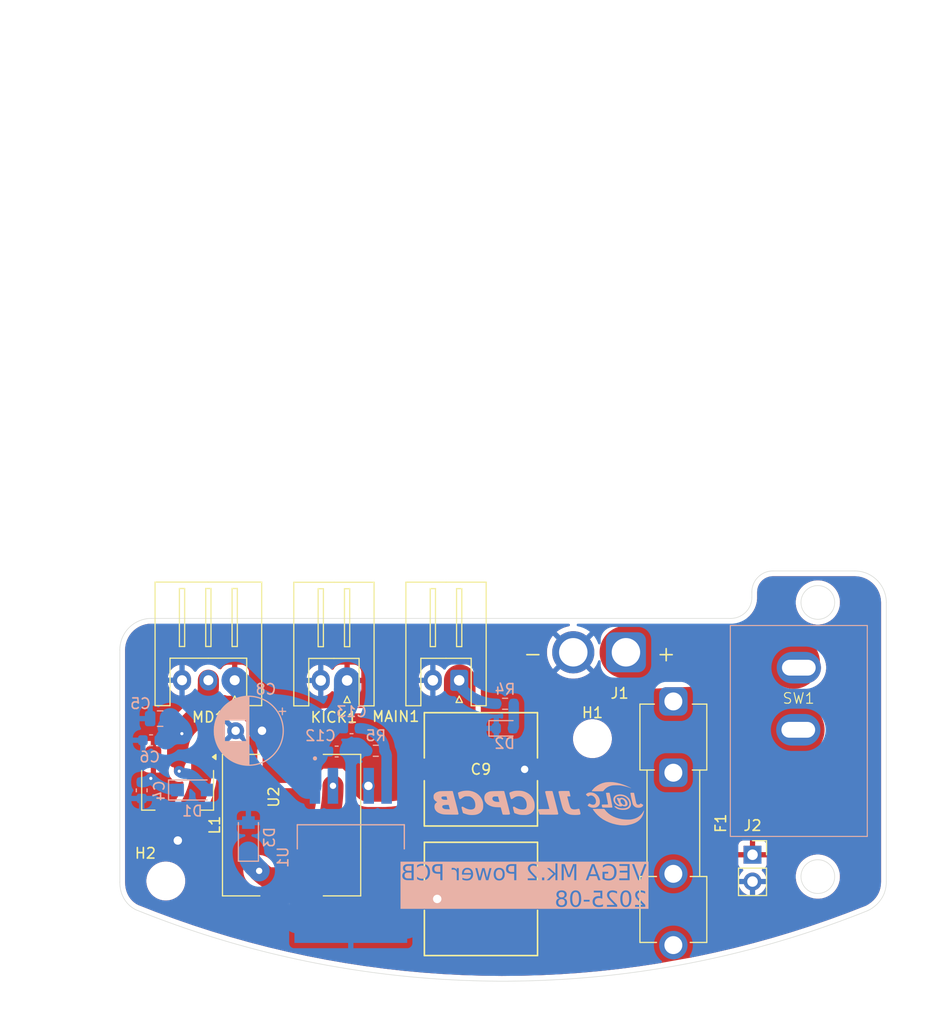
<source format=kicad_pcb>
(kicad_pcb (version 20241229) (generator "pcbnew") (generator_version "9.0")
  (layers (0 "F.Cu" signal) (2 "B.Cu" signal) (13 "F.Paste" user) (15 "B.Paste" user) (5 "F.SilkS" user "F.Silkscreen") (7 "B.SilkS" user "B.Silkscreen") (1 "F.Mask" user) (3 "B.Mask" user) (25 "Edge.Cuts" user))
  (net 0 "")
  (net 1 "Net-(D2-A)")
  (net 2 "+3.3V")
  (net 3 "Net-(SW1-B)")
  (net 4 "Net-(U1-ON{slash}OFF)")
  (net 5 "+12V")
  (net 6 "Net-(J1-Pin_1)")
  (net 7 "+5V")
  (net 8 "Net-(D3-K)")
  (net 9 "GND")
  (footprint "Fuse:Fuseholder_Clip-5x20mm_Keystone_3517_Inline_P23.11x6.76mm_D1.70mm_Horizontal" (layer "F.Cu") (at 166.181 166.47 -90)
    (property "Reference" "F1" (at 11.555 -4.5 90) (layer "F.SilkS"))
    (property "Value" "Fuse")
    (pad "1" thru_hole roundrect (at 0 0 270) (size 2.7 2.7) (drill 1.7) (layers "*.Cu" "*.Mask") (net 3 "Net-(SW1-B)"))
    (pad "1" thru_hole roundrect (at 6.76 0 270) (size 2.7 2.7) (drill 1.7) (layers "*.Cu" "*.Mask") (net 3 "Net-(SW1-B)"))
    (pad "2" thru_hole circle (at 16.35 0 270) (size 2.7 2.7) (drill 1.7) (layers "*.Cu" "*.Mask") (net 5 "+12V"))
    (pad "2" thru_hole circle (at 23.11 0 270) (size 2.7 2.7) (drill 1.7) (layers "*.Cu" "*.Mask") (net 5 "+12V"))
  )
  (footprint "Capacitor DOWNROAD:CAP_J-V_10X10P5_RUB" (layer "F.Cu") (at 147.9171 185.2 180)
    (property "Reference" "C1" (at 0 0 180) (layer "F.SilkS"))
    (property "Value" "1000uF")
    (pad "1" smd rect (at -4.1529 0 180) (size 3.6068 1.4986) (layers "F.Cu" "F.Mask" "F.Paste") (net 5 "+12V"))
    (pad "2" smd rect (at 4.1529 0 180) (size 3.6068 1.4986) (layers "F.Cu" "F.Mask" "F.Paste") (net 9 "GND"))
  )
  (footprint "Connector_JST:JST_XH_S2B-XH-A_1x02_P2.50mm_Horizontal" (layer "F.Cu") (at 145.85 164.47 180)
    (property "Reference" "MAIN1" (at 6.02 -3.43 0) (layer "F.SilkS"))
    (property "Value" "Conn_01x02_Pin")
    (pad "1" thru_hole roundrect (at 0 0 180) (size 1.7 2) (drill 1) (layers "*.Cu" "*.Mask") (roundrect_rratio 0.147059) (net 7 "+5V"))
    (pad "2" thru_hole oval (at 2.5 0 180) (size 1.7 2) (drill 1) (layers "*.Cu" "*.Mask") (net 9 "GND"))
  )
  (footprint "Capacitor DOWNROAD:CAP_J-V_10X10P5_RUB" (layer "F.Cu") (at 147.91 172.91)
    (property "Reference" "C9" (at 0 0 0) (layer "F.SilkS"))
    (property "Value" "1000uF")
    (pad "1" smd rect (at -4.1529 0) (size 3.6068 1.4986) (layers "F.Cu" "F.Mask" "F.Paste") (net 7 "+5V"))
    (pad "2" smd rect (at 4.1529 0) (size 3.6068 1.4986) (layers "F.Cu" "F.Mask" "F.Paste") (net 9 "GND"))
  )
  (footprint "SW:DS-850K-S-ON" (layer "F.Cu") (at 178.09 169.27)
    (property "Reference" "SW1" (at -0.02 -3.09 0) (layer "F.SilkS") (effects (font (thickness 0.1))))
    (property "Value" "SW_SPST")
    (pad "1" thru_hole oval (at 0 -6) (size 4.2 3) (drill oval 3.2 1.5) (layers "*.Cu" "*.Mask") (net 6 "Net-(J1-Pin_1)"))
    (pad "2" thru_hole oval (at -0.05 -0.11) (size 4.2 3) (drill oval 3.2 1.5) (layers "*.Cu" "*.Mask") (net 3 "Net-(SW1-B)"))
  )
  (footprint "Package_TO_SOT_SMD:SOT-223" (layer "F.Cu") (at 119.12 174.87 -90)
    (property "Reference" "U2" (at 0.666666 -9.13 90) (layer "F.SilkS"))
    (property "Value" "AZ1117CH-3.3TRG1")
    (pad "1" smd roundrect (at -3.15 -2.3 270) (size 2 1.5) (layers "F.Cu" "F.Mask" "F.Paste") (net 9 "GND"))
    (pad "2" smd roundrect (at -3.15 0 270) (size 2 1.5) (layers "F.Cu" "F.Mask" "F.Paste") (net 2 "+3.3V"))
    (pad "3" smd roundrect (at -3.15 2.3 270) (size 2 1.5) (layers "F.Cu" "F.Mask" "F.Paste") (net 5 "+12V"))
    (pad "4" smd roundrect (at 3.15 0 270) (size 2 3.8) (layers "F.Cu" "F.Mask" "F.Paste") (net 9 "GND"))
  )
  (footprint "Connector_JST:JST_XH_S3B-XH-A_1x03_P2.50mm_Horizontal" (layer "F.Cu") (at 124.54 164.46 180)
    (property "Reference" "MD1" (at 2.5 -3.5 0) (layer "F.SilkS"))
    (property "Value" "Conn_01x03_Pin")
    (pad "1" thru_hole roundrect (at 0 0 180) (size 1.7 1.95) (drill 0.95) (layers "*.Cu" "*.Mask") (roundrect_rratio 0.147059) (net 5 "+12V"))
    (pad "2" thru_hole oval (at 2.5 0 180) (size 1.7 1.95) (drill 0.95) (layers "*.Cu" "*.Mask") (net 2 "+3.3V"))
    (pad "3" thru_hole oval (at 5 0 180) (size 1.7 1.95) (drill 0.95) (layers "*.Cu" "*.Mask") (net 9 "GND"))
  )
  (footprint "Connector_AMASS:AMASS_XT30U-F_1x02_P5.0mm_Vertical" (layer "F.Cu") (at 161.68 161.81 180)
    (property "Reference" "J1" (at 0.6 -3.89 0) (layer "F.SilkS"))
    (property "Value" "Conn_01x02_Pin")
    (fp_text user "-" (at 8.84 -0.11 0) (layer "F.SilkS") (effects (font (size 1.5 1.5))))
    (fp_text user "+" (at -3.82 -0.11 0) (layer "F.SilkS") (effects (font (size 1.5 1.5))))
    (pad "1" thru_hole roundrect (at 0 0 180) (size 3.8 3.8) (drill 2.7) (layers "*.Cu" "*.Mask") (roundrect_rratio 0.2) (net 6 "Net-(J1-Pin_1)"))
    (pad "2" thru_hole circle (at 5 0 180) (size 4 4) (drill 2.7) (layers "*.Cu" "*.Mask") (net 9 "GND"))
  )
  (footprint "Inductor_SMD:L_Changjiang_FXL1360" (layer "F.Cu") (at 129.94 178.2 90)
    (property "Reference" "L1" (at 0 -7.3 90) (layer "F.SilkS"))
    (property "Value" "CSAB1260A")
    (pad "1" smd roundrect (at -5.625 0 90) (size 3.25 5.5) (layers "F.Cu" "F.Mask" "F.Paste") (roundrect_rratio 0.076923) (net 8 "Net-(D3-K)"))
    (pad "2" smd roundrect (at 5.625 0 90) (size 3.25 5.5) (layers "F.Cu" "F.Mask" "F.Paste") (roundrect_rratio 0.076923) (net 7 "+5V"))
  )
  (footprint "MountingHole:MountingHole_3.2mm_M3" (layer "F.Cu") (at 158.5 170)
    (property "Reference" "H1" (at 0 -2.46 0) (layer "F.SilkS"))
    (property "Value" "MountingHole")
    (pad "" np_thru_hole circle (at 0 0) (size 3.2 3.2) (drill 3.2) (layers "*.Cu" "*.Mask"))
  )
  (footprint "Connector_JST:JST_XH_S2B-XH-A_1x02_P2.50mm_Horizontal" (layer "F.Cu") (at 135.21 164.48 180)
    (property "Reference" "KICK1" (at 1.25 -3.5 0) (layer "F.SilkS"))
    (property "Value" "Conn_01x02_Pin")
    (pad "1" thru_hole roundrect (at 0 0 180) (size 1.7 2) (drill 1) (layers "*.Cu" "*.Mask") (roundrect_rratio 0.147059) (net 5 "+12V"))
    (pad "2" thru_hole oval (at 2.5 0 180) (size 1.7 2) (drill 1) (layers "*.Cu" "*.Mask") (net 9 "GND"))
  )
  (footprint "Connector_PinSocket_2.54mm:PinSocket_1x02_P2.54mm_Vertical" (layer "F.Cu") (at 173.695 181.01)
    (property "Reference" "J2" (at 0 -2.77 0) (layer "F.SilkS"))
    (property "Value" "Conn_01x02_Pin")
    (pad "1" thru_hole rect (at 0 0) (size 1.7 1.7) (drill 1) (layers "*.Cu" "*.Mask") (net 5 "+12V"))
    (pad "2" thru_hole oval (at 0 2.54) (size 1.7 1.7) (drill 1) (layers "*.Cu" "*.Mask") (net 9 "GND"))
  )
  (footprint "MountingHole:MountingHole_3.2mm_M3" (layer "F.Cu") (at 118 183.5)
    (property "Reference" "H2" (at -1.94 -2.63 0) (layer "F.SilkS"))
    (property "Value" "MountingHole")
    (pad "" np_thru_hole circle (at 0 0) (size 3.2 3.2) (drill 3.2) (layers "*.Cu" "*.Mask"))
  )
  (footprint "Resistor_SMD:R_0603_1608Metric" (layer "B.Cu") (at 150.205 166.693137)
    (property "Reference" "R4" (at 0 -1.37 180) (layer "B.SilkS") (effects (justify mirror)))
    (property "Value" "150")
    (pad "1" smd roundrect (at -0.825 0) (size 0.8 0.95) (layers "B.Cu" "B.Mask" "B.Paste") (net 7 "+5V"))
    (pad "2" smd roundrect (at 0.825 0) (size 0.8 0.95) (layers "B.Cu" "B.Mask" "B.Paste") (net 1 "Net-(D2-A)"))
  )
  (footprint "Capacitor_THT:CP_Radial_D6.3mm_P2.50mm" (layer "B.Cu") (at 127.13 169.25 180)
    (property "Reference" "C8" (at -0.37 3.93 0) (layer "B.SilkS") (effects (justify mirror)))
    (property "Value" "100uF")
    (pad "1" thru_hole rect (at 0 0 180) (size 1.6 1.6) (drill 0.8) (layers "*.Cu" "*.Mask") (net 5 "+12V"))
    (pad "2" thru_hole circle (at 2.5 0 180) (size 1.6 1.6) (drill 0.8) (layers "*.Cu" "*.Mask") (net 9 "GND"))
  )
  (footprint "Capacitor_SMD:C_0603_1608Metric" (layer "B.Cu") (at 134.22 171.22)
    (property "Reference" "C12" (at -1.54 -1.5 0) (layer "B.SilkS") (effects (justify mirror)))
    (property "Value" "0.1uF")
    (pad "1" smd roundrect (at -0.775 0) (size 0.9 0.95) (layers "B.Cu" "B.Mask" "B.Paste") (net 5 "+12V"))
    (pad "2" smd roundrect (at 0.775 0) (size 0.9 0.95) (layers "B.Cu" "B.Mask" "B.Paste") (net 9 "GND"))
  )
  (footprint "Capacitor_SMD:C_0603_1608Metric" (layer "B.Cu") (at 135.63 169.02)
    (property "Reference" "C13" (at 0 -1.58 0) (layer "B.SilkS") (effects (justify mirror)))
    (property "Value" "0.1uF")
    (pad "1" smd roundrect (at -0.775 0) (size 0.9 0.95) (layers "B.Cu" "B.Mask" "B.Paste") (net 5 "+12V"))
    (pad "2" smd roundrect (at 0.775 0) (size 0.9 0.95) (layers "B.Cu" "B.Mask" "B.Paste") (net 4 "Net-(U1-ON{slash}OFF)"))
  )
  (footprint "Resistor_SMD:R_0603_1608Metric" (layer "B.Cu") (at 137.935 171.15 180)
    (property "Reference" "R5" (at 0 1.43 0) (layer "B.SilkS") (effects (justify mirror)))
    (property "Value" "47k")
    (pad "1" smd roundrect (at -0.825 0 180) (size 0.8 0.95) (layers "B.Cu" "B.Mask" "B.Paste") (net 4 "Net-(U1-ON{slash}OFF)"))
    (pad "2" smd roundrect (at 0.825 0 180) (size 0.8 0.95) (layers "B.Cu" "B.Mask" "B.Paste") (net 9 "GND"))
  )
  (footprint "Capacitor_SMD:C_0603_1608Metric" (layer "B.Cu") (at 115.71 174.9 -90)
    (property "Reference" "C4" (at 0.05 -1.67 90) (layer "B.SilkS") (effects (justify mirror)))
    (property "Value" "0.1uF")
    (pad "1" smd roundrect (at -0.775 0 270) (size 0.9 0.95) (layers "B.Cu" "B.Mask" "B.Paste") (net 5 "+12V"))
    (pad "2" smd roundrect (at 0.775 0 270) (size 0.9 0.95) (layers "B.Cu" "B.Mask" "B.Paste") (net 9 "GND"))
  )
  (footprint "Diode_SMD:Nexperia_CFP3_SOD-123W" (layer "B.Cu") (at 120.52 174.87)
    (property "Reference" "D1" (at 0 2 0) (layer "B.SilkS") (effects (justify mirror)))
    (property "Value" "GS1010FL")
    (pad "1" smd rect (at -1.4 0) (size 1.2 1.2) (layers "B.Cu" "B.Mask" "B.Paste") (net 5 "+12V"))
    (pad "2" smd rect (at 1.4 0) (size 1.2 1.2) (layers "B.Cu" "B.Mask" "B.Paste") (net 2 "+3.3V"))
  )
  (footprint "Capacitor_SMD:C_0805_2012Metric" (layer "B.Cu") (at 117.46 168.1 180)
    (property "Reference" "C5" (at 1.86 1.42 0) (layer "B.SilkS") (effects (justify mirror)))
    (property "Value" "47uF")
    (pad "1" smd roundrect (at -0.95 0 180) (size 1 1.45) (layers "B.Cu" "B.Mask" "B.Paste") (net 2 "+3.3V"))
    (pad "2" smd roundrect (at 0.95 0 180) (size 1 1.45) (layers "B.Cu" "B.Mask" "B.Paste") (net 9 "GND"))
  )
  (footprint "Regulator:LM2576SX-5.0_NOPB" (layer "B.Cu") (at 135.56 185.0725 -90)
    (property "Reference" "U1" (at -3.825 6.435 90) (layer "B.SilkS") (effects (justify mirror)))
    (property "Value" "LM2576SX-5.0_NOPB")
    (pad "1" smd rect (at -10.6 3.4 270) (size 3.4 1) (layers "B.Cu") (net 5 "+12V"))
    (pad "2" smd rect (at -10.6 1.7 270) (size 3.4 1) (layers "B.Cu") (net 8 "Net-(D3-K)"))
    (pad "3" smd rect (at -10.6 0 270) (size 3.4 1) (layers "B.Cu") (net 9 "GND"))
    (pad "4" smd rect (at -10.6 -1.7 270) (size 3.4 1) (layers "B.Cu") (net 7 "+5V"))
    (pad "5" smd rect (at -10.6 -3.4 270) (size 3.4 1) (layers "B.Cu") (net 4 "Net-(U1-ON{slash}OFF)"))
    (pad "6" smd rect (at 0 0 270) (size 8.6 10.7) (layers "B.Cu") (net 9 "GND"))
  )
  (footprint "JLCPCBlogo:JLCPCB Big" (layer "B.Cu") (at 153.4091 176.1612 180)
    (property "Reference" "REF**" (hide yes))
    (property "Value" "JLCPCB Big" (hide yes))
  )
  (footprint "Capacitor_SMD:C_0603_1608Metric" (layer "B.Cu") (at 116.6 170.15 180)
    (property "Reference" "C6" (at 0.13 -1.59 0) (layer "B.SilkS") (effects (justify mirror)))
    (property "Value" "0.1uF")
    (pad "1" smd roundrect (at -0.775 0 180) (size 0.9 0.95) (layers "B.Cu" "B.Mask" "B.Paste") (net 2 "+3.3V"))
    (pad "2" smd roundrect (at 0.775 0 180) (size 0.9 0.95) (layers "B.Cu" "B.Mask" "B.Paste") (net 9 "GND"))
  )
  (footprint "Diode_SMD:Nexperia_CFP3_SOD-123W" (layer "B.Cu") (at 125.84 179.36 90)
    (property "Reference" "D3" (at 0 2 90) (layer "B.SilkS") (effects (justify mirror)))
    (property "Value" "GS1010FL")
    (pad "1" smd rect (at -1.4 0 90) (size 1.2 1.2) (layers "B.Cu" "B.Mask" "B.Paste") (net 8 "Net-(D3-K)"))
    (pad "2" smd rect (at 1.4 0 90) (size 1.2 1.2) (layers "B.Cu" "B.Mask" "B.Paste") (net 9 "GND"))
  )
  (footprint "LED_SMD:LED_0603_1608Metric" (layer "B.Cu") (at 150.1625 169.023137)
    (property "Reference" "D2" (at 0 1.43 180) (layer "B.SilkS") (effects (justify mirror)))
    (property "Value" "LED")
    (pad "1" smd roundrect (at -0.7875 0) (size 0.875 0.95) (layers "B.Cu" "B.Mask" "B.Paste") (net 9 "GND"))
    (pad "2" smd roundrect (at 0.7875 0) (size 0.875 0.95) (layers "B.Cu" "B.Mask" "B.Paste") (net 1 "Net-(D2-A)"))
  )
  (gr_poly (pts (xy 168.14 165.17) (xy 171.62 166.83) (xy 167.57 167.57) (xy 163.78 168) (xy 163.82 167.56) (xy 164.3 165.36)) (stroke (width 0.2)) (fill yes) (layer "F.Cu") (net 3))
  (gr_poly (pts (xy 164.95 191.18) (xy 167.89 190.65) (xy 168.29 188.86) (xy 167.02 187.77) (xy 165.55 187.56) (xy 164.41 188.62) (xy 164.16 190.1)) (stroke (width 0.2)) (fill yes) (layer "F.Cu") (net 5))
  (gr_arc (start 183.395441 154.095) (mid 185.516761 154.97368) (end 186.395441 157.095) (stroke (width 0.05)) (layer "Edge.Cuts"))
  (gr_line (start 183.3954 154.095) (end 175.634 154.095) (stroke (width 0.05)) (layer "Edge.Cuts"))
  (gr_line (start 171.634 158.595) (end 116.633837 158.595) (stroke (width 0.05)) (layer "Edge.Cuts"))
  (gr_curve (pts (xy 113.633837 183.594989) (xy 113.633837 185.594989) (xy 115.15 186.22) (xy 115.15 186.22)) (stroke (width 0.05)) (layer "Edge.Cuts"))
  (gr_arc (start 173.634 156.595) (mid 173.048214 158.009214) (end 171.634 158.595) (stroke (width 0.05)) (layer "Edge.Cuts"))
  (gr_line (start 173.634 156.595) (end 173.634 156.095) (stroke (width 0.05)) (layer "Edge.Cuts"))
  (gr_arc (start 184.634 186.31) (mid 149.883007 192.99955) (end 115.148954 186.222588) (stroke (width 0.05)) (layer "Edge.Cuts"))
  (gr_line (start 113.633837 183.594989) (end 113.633837 161.595) (stroke (width 0.05)) (layer "Edge.Cuts"))
  (gr_line (start 186.3954 183.58256) (end 186.3954 157.095) (stroke (width 0.05)) (layer "Edge.Cuts"))
  (gr_curve (pts (xy 186.3954 183.58256) (xy 186.3954 185.58256) (xy 184.634 186.31) (xy 184.634 186.31)) (stroke (width 0.05)) (layer "Edge.Cuts"))
  (gr_circle (center 179.895438 183.082544) (end 181.495438 183.082544) (stroke (width 0.05)) (fill no) (layer "Edge.Cuts"))
  (gr_circle (center 179.895438 157.082544) (end 181.495438 157.082544) (stroke (width 0.05)) (fill no) (layer "Edge.Cuts"))
  (gr_arc (start 173.634 156.095) (mid 174.219786 154.680786) (end 175.634 154.095) (stroke (width 0.05)) (layer "Edge.Cuts"))
  (gr_arc (start 113.633837 161.595) (mid 114.512517 159.47368) (end 116.633837 158.595) (stroke (width 0.05)) (layer "Edge.Cuts"))
  (gr_text "VEGA Mk.2 Power PCB\n2025-08" (at 163.67 186.2 0) (layer "B.SilkS" knockout) (effects (font (size 1.5 1.5) (thickness 0.1)) (justify left bottom mirror)))
  (segment (start 151.03 166.693137) (end 151.03 168.83) (width 1) (layer "B.Cu") (net 1))
  (arc (start 151.03 168.83) (mid 151.009208 168.934525) (end 150.95 169.023137) (width 1) (layer "B.Cu") (net 1))
  (segment (start 122.04 164.96) (end 122.04 164.46) (width 2) (layer "F.Cu") (net 2))
  (segment (start 120.15 168.68) (end 120.745995 168.084006) (width 2) (layer "F.Cu") (net 2))
  (segment (start 119.12 171.72) (end 119.12 171.16664) (width 2) (layer "F.Cu") (net 2))
  (segment (start 119.27 173.09) (end 119.27 172.082132) (width 1) (layer "F.Cu") (net 2))
  (via (at 119.27 173.09) (size 0.6) (drill 0.3) (layers "F.Cu" "B.Cu") (net 2))
  (via (at 119.52611 169.52611) (size 0.6) (drill 0.3) (layers "F.Cu" "B.Cu") (net 2))
  (arc (start 119.12 171.16664) (mid 119.387689 169.82088) (end 120.15 168.68) (width 2) (layer "F.Cu") (net 2))
  (arc (start 119.27 172.082132) (mid 119.231016 171.886148) (end 119.12 171.72) (width 1) (layer "F.Cu") (net 2))
  (arc (start 120.745995 168.084006) (mid 121.703699 166.6507) (end 122.04 164.96) (width 2) (layer "F.Cu") (net 2))
  (segment (start 121.92 174.87) (end 120.748909 173.698909) (width 1) (layer "B.Cu") (net 2))
  (segment (start 118.296993 169.016993) (end 118.21 168.93) (width 2) (layer "B.Cu") (net 2))
  (segment (start 119.81 173.31) (end 119.801127 173.31) (width 1) (layer "B.Cu") (net 2))
  (segment (start 119.306907 168.996907) (end 118.41 168.1) (width 2) (layer "B.Cu") (net 2))
  (segment (start 119.52611 169.52611) (end 119.212356 169.52611) (width 2) (layer "B.Cu") (net 2))
  (arc (start 119.801127 173.31) (mid 119.513683 173.252824) (end 119.27 173.09) (width 1) (layer "B.Cu") (net 2))
  (arc (start 119.52611 169.52611) (mid 119.469141 169.239707) (end 119.306907 168.996907) (width 2) (layer "B.Cu") (net 2))
  (arc (start 120.748909 173.698909) (mid 120.318134 173.411074) (end 119.81 173.31) (width 1) (layer "B.Cu") (net 2))
  (arc (start 119.212356 169.52611) (mid 118.567058 169.654467) (end 118.02 170.02) (width 2) (layer "B.Cu") (net 2))
  (arc (start 119.52611 169.52611) (mid 118.860917 169.393795) (end 118.296993 169.016993) (width 2) (layer "B.Cu") (net 2))
  (segment (start 166.181 168.17) (end 166.181 174.23) (width 5) (layer "F.Cu") (net 3))
  (segment (start 166.551166 173.318834) (end 170.748834 169.121165) (width 5) (layer "F.Cu") (net 3))
  (segment (start 178.04 169.16) (end 168.571071 169.16) (width 5) (layer "F.Cu") (net 3))
  (arc (start 166.189834 174.191165) (mid 166.283741 173.719063) (end 166.551166 173.318834) (width 5) (layer "F.Cu") (net 3))
  (arc (start 168.571071 169.16) (mid 167.277574 168.902707) (end 166.181 168.17) (width 5) (layer "F.Cu") (net 3))
  (segment (start 138.137714 169.737713) (end 138.23 169.83) (width 1) (layer "B.Cu") (net 4))
  (segment (start 138.76 171.109533) (end 138.76 171.15) (width 1) (layer "B.Cu") (net 4))
  (segment (start 138.96 174.4725) (end 138.96 171.632843) (width 1) (layer "B.Cu") (net 4))
  (arc (start 138.23 169.83) (mid 138.622257 170.417055) (end 138.76 171.109533) (width 1) (layer "B.Cu") (net 4))
  (arc (start 138.96 171.632843) (mid 138.908022 171.37153) (end 138.76 171.15) (width 1) (layer "B.Cu") (net 4))
  (arc (start 136.405 169.02) (mid 137.342738 169.206528) (end 138.137714 169.737713) (width 1) (layer "B.Cu") (net 4))
  (segment (start 166.181 183.075) (end 166.181 183.066) (width 5) (layer "F.Cu") (net 5))
  (segment (start 126.08 171.784924) (end 126.08 171.87) (width 1) (layer "F.Cu") (net 5))
  (segment (start 127.81 168.57) (end 127.81 168.35) (width 2.5) (layer "F.Cu") (net 5))
  (segment (start 127.13 169.25) (end 127.81 168.57) (width 2.5) (layer "F.Cu") (net 5))
  (segment (start 127.13 169.25) (end 127.13 169.31) (width 1) (layer "F.Cu") (net 5))
  (segment (start 127.13 169.31) (end 125.52 170.92) (width 1) (layer "F.Cu") (net 5))
  (segment (start 152.0471 185.2) (end 152.0271 185.18) (width 5) (layer "F.Cu") (net 5))
  (segment (start 166.181 183.075) (end 166.18 183.076) (width 5) (layer "F.Cu") (net 5))
  (via (at 116.58 173.77) (size 0.6) (drill 0.3) (layers "F.Cu" "B.Cu") (net 5))
  (arc (start 127.13 169.25) (mid 126.352886 170.413033) (end 126.08 171.784924) (width 1) (layer "F.Cu") (net 5))
  (segment (start 116.661766 173.851766) (end 116.58 173.77) (width 1) (layer "B.Cu") (net 5))
  (segment (start 125.574364 165.494364) (end 124.54 164.46) (width 2.5) (layer "B.Cu") (net 5))
  (segment (start 124.54 164.46) (end 125.623952 165.543952) (width 2.5) (layer "B.Cu") (net 5))
  (segment (start 129.826569 170.566569) (end 130.48 171.22) (width 2.5) (layer "B.Cu") (net 5))
  (segment (start 135.208877 165.453242) (end 135.21 165.454365) (width 2.5) (layer "B.Cu") (net 5))
  (segment (start 115.71 174.125) (end 115.722954 174.125) (width 1) (layer "B.Cu") (net 5))
  (segment (start 127.222559 167.03) (end 128.108262 167.03) (width 2.5) (layer "B.Cu") (net 5))
  (segment (start 133.115807 169.104193) (end 129.220833 169.104193) (width 2.5) (layer "B.Cu") (net 5))
  (segment (start 128.626016 171.566015) (end 131.52 174.46) (width 2.5) (layer "B.Cu") (net 5))
  (segment (start 135.21 165.454365) (end 135.21 164.48) (width 2.5) (layer "B.Cu") (net 5))
  (segment (start 131.52 172.956812) (end 131.52 174.46) (width 2.5) (layer "B.Cu") (net 5))
  (segment (start 134.11 168.11) (end 133.115807 169.104193) (width 2.5) (layer "B.Cu") (net 5))
  (arc (start 129.220833 169.104193) (mid 129.150027 169.090109) (end 129.09 169.05) (width 2.5) (layer "B.Cu") (net 5))
  (arc (start 127.13 169.25) (mid 126.817589 167.679405) (end 125.927918 166.347919) (width 2.5) (layer "B.Cu") (net 5))
  (arc (start 125.927918 166.347919) (mid 125.836032 165.885978) (end 125.574364 165.494364) (width 2.5) (layer "B.Cu") (net 5))
  (arc (start 127.53 168.92) (mid 127.814845 170.352013) (end 128.626016 171.566015) (width 2.5) (layer "B.Cu") (net 5))
  (arc (start 135.21 165.454365) (mid 134.924119 166.891585) (end 134.11 168.11) (width 2.5) (layer "B.Cu") (net 5))
  (arc (start 132.14 171.46) (mid 131.681133 172.146743) (end 131.52 172.956812) (width 2.5) (layer "B.Cu") (net 5))
  (arc (start 115.722954 174.125) (mid 116.186784 174.032738) (end 116.58 173.77) (width 1) (layer "B.Cu") (net 5))
  (arc (start 129.220833 169.104193) (mid 129.378259 169.895625) (end 129.826569 170.566569) (width 2.5) (layer "B.Cu") (net 5))
  (arc (start 128.108262 167.03) (mid 130.818326 167.569065) (end 133.115807 169.104193) (width 2.5) (layer "B.Cu") (net 5))
  (arc (start 133.115807 169.104193) (mid 132.393604 170.185046) (end 132.14 171.46) (width 2.5) (layer "B.Cu") (net 5))
  (arc (start 125.623952 165.543952) (mid 127.44359 166.759795) (end 129.59 167.186743) (width 2.5) (layer "B.Cu") (net 5))
  (arc (start 119.12 174.87) (mid 117.789613 174.60537) (end 116.661766 173.851766) (width 1) (layer "B.Cu") (net 5))
  (segment (start 175.234354 161.796) (end 161.713799 161.796) (width 5) (layer "F.Cu") (net 6))
  (arc (start 161.713799 161.796) (mid 161.695507 161.799638) (end 161.68 161.81) (width 5) (layer "F.Cu") (net 6))
  (arc (start 177.59303 162.773016) (mid 176.510864 162.049918) (end 175.234354 161.796) (width 5) (layer "F.Cu") (net 6))
  (segment (start 144.13 168.27) (end 145.839792 166.560208) (width 3) (layer "F.Cu") (net 7))
  (segment (start 140.76 171.29) (end 140.607092 171.137092) (width 3) (layer "F.Cu") (net 7))
  (segment (start 130.424368 171.405632) (end 132.23 169.6) (width 3) (layer "F.Cu") (net 7))
  (segment (start 145.9 167.41043) (end 145.9 164.47) (width 3) (layer "F.Cu") (net 7))
  (segment (start 138.59 169.1) (end 142.126203 169.1) (width 3) (layer "F.Cu") (net 7))
  (segment (start 137.23 174.48) (end 138.551688 174.48) (width 3) (layer "F.Cu") (net 7))
  (segment (start 140.76 171.29) (end 139.62 172.43) (width 3) (layer "F.Cu") (net 7))
  (segment (start 136.298802 172.231889) (end 135.406913 171.34) (width 3) (layer "F.Cu") (net 7))
  (segment (start 137.29 172.12) (end 137.775064 172.605064) (width 3) (layer "F.Cu") (net 7))
  (segment (start 137.265306 170.987038) (end 136.62 171.632343) (width 3) (layer "F.Cu") (net 7))
  (segment (start 140.028585 170.987038) (end 137.265306 170.987038) (width 3) (layer "F.Cu") (net 7))
  (segment (start 133.437107 169.1) (end 138.59 169.1) (width 3) (layer "F.Cu") (net 7))
  (segment (start 143.748312 168.301689) (end 140.76 171.29) (width 3) (layer "F.Cu") (net 7))
  (segment (start 132.32 171.34) (end 135.406913 171.34) (width 3) (layer "F.Cu") (net 7))
  (segment (start 131.894638 171.765363) (end 132.32 171.34) (width 3) (layer "F.Cu") (net 7))
  (via (at 137.23 174.48) (size 1.2) (drill 0.8) (layers "F.Cu" "B.Cu") (net 7))
  (arc (start 135.406913 171.34) (mid 136.426032 171.542715) (end 137.29 172.12) (width 3) (layer "F.Cu") (net 7))
  (arc (start 129.94 172.575) (mid 130.905454 172.382959) (end 131.723926 171.836073) (width 3) (layer "F.Cu") (net 7))
  (arc (start 145.9 167.41043) (mid 144.735515 167.642061) (end 143.748312 168.301689) (width 3) (layer "F.Cu") (net 7))
  (arc (start 137.775064 172.605064) (mid 138.34985 173.465292) (end 138.551688 174.48) (width 3) (layer "F.Cu") (net 7))
  (arc (start 137.23 174.48) (mid 136.98799 173.263331) (end 136.298802 172.231889) (width 3) (layer "F.Cu") (net 7))
  (arc (start 145.839792 166.560208) (mid 145.928759 166.427059) (end 145.96 166.27) (width 3) (layer "F.Cu") (net 7))
  (arc (start 132.23 169.6) (mid 132.783825 169.229946) (end 133.437107 169.1) (width 3) (layer "F.Cu") (net 7))
  (arc (start 140.76 171.29) (mid 140.424424 171.065775) (end 140.028585 170.987038) (width 3) (layer "F.Cu") (net 7))
  (arc (start 138.551688 174.48) (mid 141.439193 173.90564) (end 143.8871 172.27) (width 3) (layer "F.Cu") (net 7))
  (arc (start 129.94 172.575) (mid 130.065883 171.942143) (end 130.424368 171.405632) (width 3) (layer "F.Cu") (net 7))
  (arc (start 143.8871 172.27) (mid 145.376865 170.04041) (end 145.9 167.41043) (width 3) (layer "F.Cu") (net 7))
  (arc (start 142.126203 169.1) (mid 143.21065 168.88429) (end 144.13 168.27) (width 3) (layer "F.Cu") (net 7))
  (arc (start 129.94 172.575) (mid 130.997842 172.364582) (end 131.894638 171.765363) (width 3) (layer "F.Cu") (net 7))
  (segment (start 146.295492 165.415492) (end 145.85 164.97) (width 1) (layer "B.Cu") (net 7))
  (arc (start 149.38 166.693137) (mid 147.710676 166.361088) (end 146.295492 165.415492) (width 1) (layer "B.Cu") (net 7))
  (segment (start 130.033946 183.731055) (end 129.94 183.825) (width 2) (layer "F.Cu") (net 8))
  (segment (start 126.86 182.54) (end 126.875744 182.555743) (width 2) (layer "F.Cu") (net 8))
  (via (at 133.87 174.47) (size 1) (drill 0.6) (layers "F.Cu" "B.Cu") (net 8))
  (via (at 126.86 182.54) (size 1) (drill 0.6) (layers "F.Cu" "B.Cu") (net 8))
  (arc (start 126.875744 182.555743) (mid 128.281636 183.495131) (end 129.94 183.825) (width 2) (layer "F.Cu") (net 8))
  (arc (start 133.87 174.47) (mid 132.873042 179.482047) (end 130.033946 183.731055) (width 2) (layer "F.Cu") (net 8))
  (segment (start 126.377401 182.057401) (end 126.86 182.54) (width 2) (layer "B.Cu") (net 8))
  (arc (start 125.84 180.76) (mid 125.979666 181.462148) (end 126.377401 182.057401) (width 2) (layer "B.Cu") (net 8))
  (segment (start 119.137434 179.66) (end 119.134816 179.657382) (width 2.5) (layer "F.Cu") (net 9))
  (segment (start 119.14 179.66) (end 119.137434 179.66) (width 2.5) (layer "F.Cu") (net 9))
  (segment (start 119.12 179.611716) (end 119.12 178.02) (width 2.5) (layer "F.Cu") (net 9))
  (segment (start 121.42 171.72) (end 121.42 172.467309) (width 2) (layer "F.Cu") (net 9))
  (via (at 143.7642 185.2) (size 1.2) (drill 0.8) (layers "F.Cu" "B.Cu") (net 9))
  (via (at 152.0629 172.91) (size 1) (drill 0.7) (layers "F.Cu" "B.Cu") (net 9))
  (via (at 119.14 179.66) (size 1) (drill 0.8) (layers "F.Cu" "B.Cu") (net 9))
  (arc (start 119.134816 179.657382) (mid 119.124225 179.635348) (end 119.12 179.611716) (width 2.5) (layer "F.Cu") (net 9))
  (arc (start 121.42 172.467309) (mid 120.822249 175.472404) (end 119.12 178.02) (width 2) (layer "F.Cu") (net 9))
  (segment (start 134.603638 182.763638) (end 132.54 180.7) (width 3) (layer "B.Cu") (net 9))
  (segment (start 136.431509 182.968491) (end 138.37 181.03) (width 3) (layer "B.Cu") (net 9))
  (segment (start 135.56 174.4725) (end 135.56 172.584031) (width 1) (layer "B.Cu") (net 9))
  (segment (start 135.56 185.0725) (end 135.56 180.788284) (width 3) (layer "B.Cu") (net 9))
  (segment (start 136.536776 170.576777) (end 137.11 171.15) (width 1) (layer "B.Cu") (net 9))
  (segment (start 135.680416 170.4) (end 136.11 170.4) (width 1) (layer "B.Cu") (net 9))
  (segment (start 137.706687 184.183313) (end 140.82 181.07) (width 3) (layer "B.Cu") (net 9))
  (segment (start 135.56 172.378995) (end 135.56 174.4725) (width 1) (layer "B.Cu") (net 9))
  (segment (start 135.56 185.0725) (end 132.533681 185.0725) (width 3) (layer "B.Cu") (net 9))
  (segment (start 137.11 171.15) (end 136.415269 171.15) (width 1) (layer "B.Cu") (net 9))
  (segment (start 135.260165 170.579835) (end 135.27 170.57) (width 1) (layer "B.Cu") (net 9))
  (segment (start 135.56 185.0725) (end 139.206319 185.0725) (width 3) (layer "B.Cu") (net 9))
  (segment (start 132.832897 183.942897) (end 130.21 181.32) (width 3) (layer "B.Cu") (net 9))
  (segment (start 135.56 174.4725) (end 135.56 175.482183) (width 1) (layer "B.Cu") (net 9))
  (segment (start 135.56 185.0725) (end 135.145112 185.0725) (width 3) (layer "B.Cu") (net 9))
  (segment (start 140.361238 187.061238) (end 140.78 187.48) (width 3) (layer "B.Cu") (net 9))
  (segment (start 135.56 174.4725) (end 135.56 175.83603) (width 1) (layer "B.Cu") (net 9))
  (segment (start 136.393015 171.446985) (end 135.63 172.21) (width 1) (layer "B.Cu") (net 9))
  (arc (start 135.56 175.482183) (mid 135.702941 176.200792) (end 136.11 176.81) (width 1) (layer "B.Cu") (net 9))
  (arc (start 135.56 172.584031) (mid 135.413162 171.845822) (end 134.995 171.22) (width 1) (layer "B.Cu") (net 9))
  (arc (start 134.995 171.22) (mid 135.063914 170.873545) (end 135.260165 170.579835) (width 1) (layer "B.Cu") (net 9))
  (arc (start 135.56 185.0725) (mid 135.31145 183.822953) (end 134.603638 182.763638) (width 3) (layer "B.Cu") (net 9))
  (arc (start 135.145112 185.0725) (mid 132.652844 185.568243) (end 130.54 186.98) (width 3) (layer "B.Cu") (net 9))
  (arc (start 136.415269 171.15) (mid 136.11476 171.209775) (end 135.86 171.38) (width 1) (layer "B.Cu") (net 9))
  (arc (start 135.63 172.21) (mid 135.578193 172.287535) (end 135.56 172.378995) (width 1) (layer "B.Cu") (net 9))
  (arc (start 135.27 170.57) (mid 135.4583 170.444182) (end 135.680416 170.4) (width 1) (layer "B.Cu") (net 9))
  (arc (start 135.56 185.0725) (mid 138.158411 185.589356) (end 140.361238 187.061238) (width 3) (layer "B.Cu") (net 9))
  (arc (start 135.56 185.0725) (mid 135.786498 183.933819) (end 136.431509 182.968491) (width 3) (layer "B.Cu") (net 9))
  (arc (start 136.11 170.4) (mid 136.34097 170.445943) (end 136.536776 170.576777) (width 1) (layer "B.Cu") (net 9))
  (arc (start 135.56 180.788284) (mid 135.554802 180.762153) (end 135.54 180.74) (width 3) (layer "B.Cu") (net 9))
  (arc (start 135.56 185.0725) (mid 136.721779 184.841408) (end 137.706687 184.183313) (width 3) (layer "B.Cu") (net 9))
  (arc (start 132.533681 185.0725) (mid 131.276114 184.822355) (end 130.21 184.11) (width 3) (layer "B.Cu") (net 9))
  (arc (start 137.11 171.15) (mid 136.72197 171.227184) (end 136.393015 171.446985) (width 1) (layer "B.Cu") (net 9))
  (arc (start 139.206319 185.0725) (mid 140.463886 184.822354) (end 141.53 184.11) (width 3) (layer "B.Cu") (net 9))
  (arc (start 135.56 175.83603) (mid 135.450845 176.384787) (end 135.14 176.85) (width 1) (layer "B.Cu") (net 9))
  (arc (start 135.56 185.0725) (mid 134.084103 184.778926) (end 132.832897 183.942897) (width 3) (layer "B.Cu") (net 9))
  (zone (net 5) (net_name "+12V") (layer "F.Cu") (connect_pads (clearance 0.5)) (min_thickness 0.25) (fill yes (thermal_gap 0.5) (thermal_bridge_width 0.5))
    (polygon (pts (xy 102.26 144.822) (xy 192.269 144.822) (xy 192.27 144.823) (xy 192.27 196.57) (xy 102.27 196.57) (xy 102.26 196.56) (xy 102.26 144.82)))
  )
  (zone (net 9) (net_name "GND") (layer "B.Cu") (priority 1) (connect_pads (clearance 0.5)) (min_thickness 0.25) (fill yes (thermal_gap 0.5) (thermal_bridge_width 0.5))
    (polygon (pts (xy 102.26 144.82) (xy 192.269 144.82) (xy 192.27 144.821) (xy 192.27 196.57) (xy 102.27 196.57) (xy 102.26 196.56)))
  )
)
</source>
